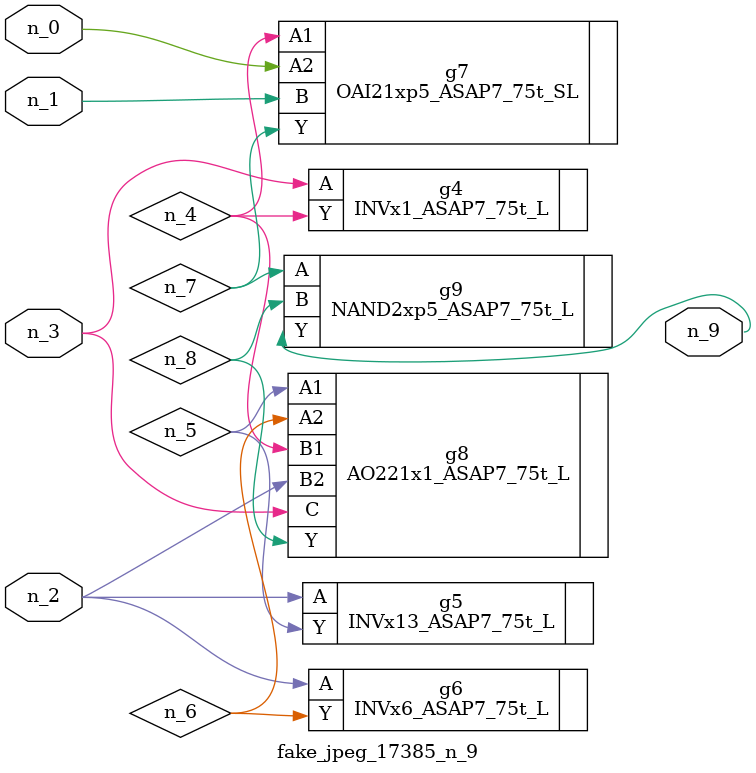
<source format=v>
module fake_jpeg_17385_n_9 (n_0, n_3, n_2, n_1, n_9);

input n_0;
input n_3;
input n_2;
input n_1;

output n_9;

wire n_4;
wire n_8;
wire n_6;
wire n_5;
wire n_7;

INVx1_ASAP7_75t_L g4 ( 
.A(n_3),
.Y(n_4)
);

INVx13_ASAP7_75t_L g5 ( 
.A(n_2),
.Y(n_5)
);

INVx6_ASAP7_75t_L g6 ( 
.A(n_2),
.Y(n_6)
);

OAI21xp5_ASAP7_75t_SL g7 ( 
.A1(n_4),
.A2(n_0),
.B(n_1),
.Y(n_7)
);

NAND2xp5_ASAP7_75t_L g9 ( 
.A(n_7),
.B(n_8),
.Y(n_9)
);

AO221x1_ASAP7_75t_L g8 ( 
.A1(n_5),
.A2(n_6),
.B1(n_4),
.B2(n_2),
.C(n_3),
.Y(n_8)
);


endmodule
</source>
